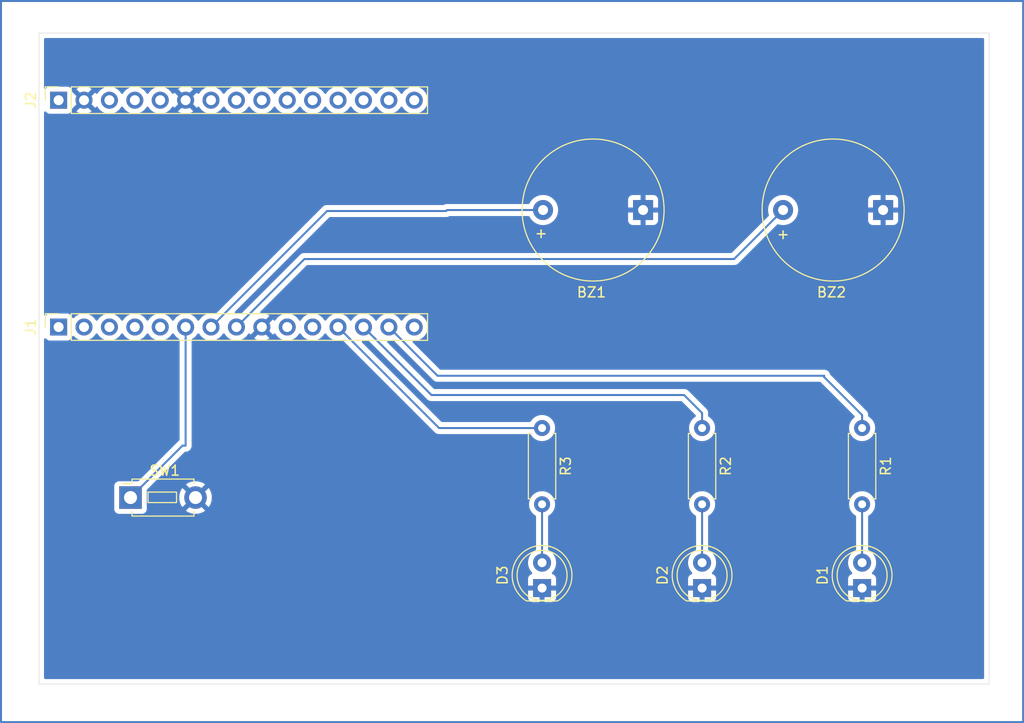
<source format=kicad_pcb>
(kicad_pcb (version 20241229) (generator "pcbnew") (generator_version "9.0")
  (layers (0 "F.Cu" signal) (2 "B.Cu" signal) (13 "F.Paste" user) (15 "B.Paste" user) (5 "F.SilkS" user "F.Silkscreen") (7 "B.SilkS" user "B.Silkscreen") (1 "F.Mask" user) (3 "B.Mask" user) (25 "Edge.Cuts" user))
  (net 0 "")
  (net 1 "GND")
  (net 2 "Net-(BZ1--)")
  (net 3 "Net-(D1-A)")
  (net 4 "Net-(D2-A)")
  (net 5 "Net-(D3-A)")
  (net 8 "Net-(J1-Pin_13)")
  (net 9 "Net-(J1-Pin_14)")
  (net 14 "Net-(J1-Pin_12)")
  (net 16 "Net-(J1-Pin_6)")
  (net 31 "Net-(BZ2--)")
  (footprint "Buzzer_Beeper:Buzzer_D14mm_H7mm_P10mm" (layer "F.Cu") (at 78 29.8 180)
    (property "Reference" "BZ1" (at 5.16 -8.23 0) (layer "F.SilkS"))
    (property "Value" "Buzzer")
    (fp_circle (center 5 0) (end 12.1 0) (stroke (width 0.12)) (fill no) (layer "F.SilkS"))
    (fp_text user "+" (at 10.2 -2.3 0) (layer "F.SilkS"))
    (pad "1" thru_hole rect (at 0 0 180) (size 2 2) (drill 1) (layers "*.Cu" "*.Mask") (net 1 "GND"))
    (pad "2" thru_hole circle (at 10 0 180) (size 2 2) (drill 1) (layers "*.Cu" "*.Mask") (net 2 "Net-(BZ1--)"))
  )
  (footprint "Button_Switch_THT:SW_PUSH_1P1T_6x3.5mm_H5.0_APEM_MJTP1250" (layer "F.Cu") (at 26.75 58.55)
    (property "Reference" "SW1" (at 3.42 -2.7 0) (layer "F.SilkS"))
    (property "Value" "SW_Push")
    (fp_line (start 0.15 -1.85) (end 0.15 -1.39) (stroke (width 0.12)) (layer "F.SilkS"))
    (fp_line (start 0.15 -1.39) (end -0.85 -1.39) (stroke (width 0.12)) (layer "F.SilkS"))
    (fp_line (start 0.15 1.39) (end 0.15 1.85) (stroke (width 0.12)) (layer "F.SilkS"))
    (fp_line (start 0.15 1.85) (end 6.35 1.85) (stroke (width 0.12)) (layer "F.SilkS"))
    (fp_line (start 6.35 -1.85) (end 0.15 -1.85) (stroke (width 0.12)) (layer "F.SilkS"))
    (fp_line (start 6.35 -1.85) (end 6.35 -1.39) (stroke (width 0.12)) (layer "F.SilkS"))
    (fp_line (start 6.35 1.39) (end 6.35 1.85) (stroke (width 0.12)) (layer "F.SilkS"))
    (fp_rect (start 1.75 -0.55) (end 4.6 0.5) (stroke (width 0.12)) (fill no) (layer "F.SilkS"))
    (pad "1" thru_hole rect (at 0 0 90) (size 2.25 2.25) (drill 1.3) (layers "*.Cu" "*.Mask") (net 16 "Net-(J1-Pin_6)"))
    (pad "2" thru_hole circle (at 6.5 0 90) (size 2.25 2.25) (drill 1.3) (layers "*.Cu" "*.Mask") (net 1 "GND"))
  )
  (footprint "LED_THT:LED_D5.0mm" (layer "F.Cu") (at 99.9 67.6 90)
    (property "Reference" "D1" (at 1.27 -3.96 90) (layer "F.SilkS"))
    (property "Value" "LED")
    (fp_line (start -1.29 -1.545) (end -1.29 1.545) (stroke (width 0.12)) (layer "F.SilkS"))
    (fp_arc (start -1.29 -1.54483) (mid 2.071779 -2.880495) (end 4.26 0) (stroke (width 0.12)) (layer "F.SilkS"))
    (fp_arc (start 4.26 0) (mid 2.071779 2.880495) (end -1.29 1.54483) (stroke (width 0.12)) (layer "F.SilkS"))
    (fp_circle (center 1.27 0) (end 3.77 0) (stroke (width 0.12)) (fill no) (layer "F.SilkS"))
    (pad "1" thru_hole rect (at 0 0 90) (size 1.8 1.8) (drill 0.9) (layers "*.Cu" "*.Mask") (net 1 "GND"))
    (pad "2" thru_hole circle (at 2.54 0 90) (size 1.8 1.8) (drill 0.9) (layers "*.Cu" "*.Mask") (net 3 "Net-(D1-A)"))
  )
  (footprint "Resistor_THT:R_Axial_DIN0207_L6.3mm_D2.5mm_P7.62mm_Horizontal" (layer "F.Cu") (at 99.9 51.6 -90)
    (property "Reference" "R1" (at 3.81 -2.37 90) (layer "F.SilkS"))
    (property "Value" "100")
    (fp_line (start 0.54 1.37) (end 7.08 1.37) (stroke (width 0.12)) (layer "F.SilkS"))
    (fp_line (start 7.08 1.37) (end 7.08 1.04) (stroke (width 0.12)) (layer "F.SilkS"))
    (fp_line (start 0.54 1.04) (end 0.54 1.37) (stroke (width 0.12)) (layer "F.SilkS"))
    (fp_line (start 0.54 -1.04) (end 0.54 -1.37) (stroke (width 0.12)) (layer "F.SilkS"))
    (fp_line (start 0.54 -1.37) (end 7.08 -1.37) (stroke (width 0.12)) (layer "F.SilkS"))
    (fp_line (start 7.08 -1.37) (end 7.08 -1.04) (stroke (width 0.12)) (layer "F.SilkS"))
    (pad "1" thru_hole circle (at 0 0 270) (size 1.6 1.6) (drill 0.8) (layers "*.Cu" "*.Mask") (net 9 "Net-(J1-Pin_14)"))
    (pad "2" thru_hole circle (at 7.62 0 270) (size 1.6 1.6) (drill 0.8) (layers "*.Cu" "*.Mask") (net 3 "Net-(D1-A)"))
  )
  (footprint "Buzzer_Beeper:Buzzer_D14mm_H7mm_P10mm" (layer "F.Cu") (at 102 29.8 180)
    (property "Reference" "BZ2" (at 5.16 -8.23 0) (layer "F.SilkS"))
    (property "Value" "Buzzer")
    (fp_circle (center 5 0) (end 12.1 0) (stroke (width 0.12)) (fill no) (layer "F.SilkS"))
    (fp_text user "+" (at 10 -2.4 0) (layer "F.SilkS"))
    (pad "1" thru_hole rect (at 0 0 180) (size 2 2) (drill 1) (layers "*.Cu" "*.Mask") (net 1 "GND"))
    (pad "2" thru_hole circle (at 10 0 180) (size 2 2) (drill 1) (layers "*.Cu" "*.Mask") (net 31 "Net-(BZ2--)"))
  )
  (footprint "Resistor_THT:R_Axial_DIN0207_L6.3mm_D2.5mm_P7.62mm_Horizontal" (layer "F.Cu") (at 83.9 51.6 -90)
    (property "Reference" "R2" (at 3.81 -2.37 90) (layer "F.SilkS"))
    (property "Value" "100")
    (fp_line (start 0.54 1.37) (end 7.08 1.37) (stroke (width 0.12)) (layer "F.SilkS"))
    (fp_line (start 7.08 1.37) (end 7.08 1.04) (stroke (width 0.12)) (layer "F.SilkS"))
    (fp_line (start 0.54 1.04) (end 0.54 1.37) (stroke (width 0.12)) (layer "F.SilkS"))
    (fp_line (start 0.54 -1.04) (end 0.54 -1.37) (stroke (width 0.12)) (layer "F.SilkS"))
    (fp_line (start 0.54 -1.37) (end 7.08 -1.37) (stroke (width 0.12)) (layer "F.SilkS"))
    (fp_line (start 7.08 -1.37) (end 7.08 -1.04) (stroke (width 0.12)) (layer "F.SilkS"))
    (pad "1" thru_hole circle (at 0 0 270) (size 1.6 1.6) (drill 0.8) (layers "*.Cu" "*.Mask") (net 8 "Net-(J1-Pin_13)"))
    (pad "2" thru_hole circle (at 7.62 0 270) (size 1.6 1.6) (drill 0.8) (layers "*.Cu" "*.Mask") (net 4 "Net-(D2-A)"))
  )
  (footprint "Connector_PinSocket_2.54mm:PinSocket_1x15_P2.54mm_Vertical" (layer "F.Cu") (at 19.56 41.5 90)
    (property "Reference" "J1" (at 0 -2.77 90) (layer "F.SilkS"))
    (property "Value" "Links")
    (fp_line (start 1.33 -1.33) (end 1.33 0) (stroke (width 0.12)) (layer "F.SilkS"))
    (fp_line (start 0 -1.33) (end 1.33 -1.33) (stroke (width 0.12)) (layer "F.SilkS"))
    (fp_line (start 1.33 1.27) (end 1.33 36.89) (stroke (width 0.12)) (layer "F.SilkS"))
    (fp_line (start -1.33 1.27) (end 1.33 1.27) (stroke (width 0.12)) (layer "F.SilkS"))
    (fp_line (start -1.33 1.27) (end -1.33 36.89) (stroke (width 0.12)) (layer "F.SilkS"))
    (fp_line (start -1.33 36.89) (end 1.33 36.89) (stroke (width 0.12)) (layer "F.SilkS"))
    (pad "1" thru_hole rect (at 0 0 90) (size 1.7 1.7) (drill 1) (layers "*.Cu" "*.Mask"))
    (pad "2" thru_hole circle (at 0 2.54 90) (size 1.7 1.7) (drill 1) (layers "*.Cu" "*.Mask"))
    (pad "3" thru_hole circle (at 0 5.08 90) (size 1.7 1.7) (drill 1) (layers "*.Cu" "*.Mask"))
    (pad "4" thru_hole circle (at 0 7.62 90) (size 1.7 1.7) (drill 1) (layers "*.Cu" "*.Mask"))
    (pad "5" thru_hole circle (at 0 10.16 90) (size 1.7 1.7) (drill 1) (layers "*.Cu" "*.Mask"))
    (pad "6" thru_hole circle (at 0 12.7 90) (size 1.7 1.7) (drill 1) (layers "*.Cu" "*.Mask") (net 16 "Net-(J1-Pin_6)"))
    (pad "7" thru_hole circle (at 0 15.24 90) (size 1.7 1.7) (drill 1) (layers "*.Cu" "*.Mask") (net 2 "Net-(BZ1--)"))
    (pad "8" thru_hole circle (at 0 17.78 90) (size 1.7 1.7) (drill 1) (layers "*.Cu" "*.Mask") (net 31 "Net-(BZ2--)"))
    (pad "9" thru_hole circle (at 0 20.32 90) (size 1.7 1.7) (drill 1) (layers "*.Cu" "*.Mask") (net 1 "GND"))
    (pad "10" thru_hole circle (at 0 22.86 90) (size 1.7 1.7) (drill 1) (layers "*.Cu" "*.Mask"))
    (pad "11" thru_hole circle (at 0 25.4 90) (size 1.7 1.7) (drill 1) (layers "*.Cu" "*.Mask"))
    (pad "12" thru_hole circle (at 0 27.94 90) (size 1.7 1.7) (drill 1) (layers "*.Cu" "*.Mask") (net 14 "Net-(J1-Pin_12)"))
    (pad "13" thru_hole circle (at 0 30.48 90) (size 1.7 1.7) (drill 1) (layers "*.Cu" "*.Mask") (net 8 "Net-(J1-Pin_13)"))
    (pad "14" thru_hole circle (at 0 33.02 90) (size 1.7 1.7) (drill 1) (layers "*.Cu" "*.Mask") (net 9 "Net-(J1-Pin_14)"))
    (pad "15" thru_hole circle (at 0 35.56 90) (size 1.7 1.7) (drill 1) (layers "*.Cu" "*.Mask"))
  )
  (footprint "LED_THT:LED_D5.0mm" (layer "F.Cu") (at 67.9 67.6 90)
    (property "Reference" "D3" (at 1.27 -3.96 90) (layer "F.SilkS"))
    (property "Value" "LED")
    (fp_line (start -1.29 -1.545) (end -1.29 1.545) (stroke (width 0.12)) (layer "F.SilkS"))
    (fp_arc (start -1.29 -1.54483) (mid 2.071779 -2.880495) (end 4.26 0) (stroke (width 0.12)) (layer "F.SilkS"))
    (fp_arc (start 4.26 0) (mid 2.071779 2.880495) (end -1.29 1.54483) (stroke (width 0.12)) (layer "F.SilkS"))
    (fp_circle (center 1.27 0) (end 3.77 0) (stroke (width 0.12)) (fill no) (layer "F.SilkS"))
    (pad "1" thru_hole rect (at 0 0 90) (size 1.8 1.8) (drill 0.9) (layers "*.Cu" "*.Mask") (net 1 "GND"))
    (pad "2" thru_hole circle (at 2.54 0 90) (size 1.8 1.8) (drill 0.9) (layers "*.Cu" "*.Mask") (net 5 "Net-(D3-A)"))
  )
  (footprint "LED_THT:LED_D5.0mm" (layer "F.Cu") (at 83.9 67.6 90)
    (property "Reference" "D2" (at 1.27 -3.96 90) (layer "F.SilkS"))
    (property "Value" "LED")
    (fp_line (start -1.29 -1.545) (end -1.29 1.545) (stroke (width 0.12)) (layer "F.SilkS"))
    (fp_arc (start -1.29 -1.54483) (mid 2.071779 -2.880495) (end 4.26 0) (stroke (width 0.12)) (layer "F.SilkS"))
    (fp_arc (start 4.26 0) (mid 2.071779 2.880495) (end -1.29 1.54483) (stroke (width 0.12)) (layer "F.SilkS"))
    (fp_circle (center 1.27 0) (end 3.77 0) (stroke (width 0.12)) (fill no) (layer "F.SilkS"))
    (pad "1" thru_hole rect (at 0 0 90) (size 1.8 1.8) (drill 0.9) (layers "*.Cu" "*.Mask") (net 1 "GND"))
    (pad "2" thru_hole circle (at 2.54 0 90) (size 1.8 1.8) (drill 0.9) (layers "*.Cu" "*.Mask") (net 4 "Net-(D2-A)"))
  )
  (footprint "Resistor_THT:R_Axial_DIN0207_L6.3mm_D2.5mm_P7.62mm_Horizontal" (layer "F.Cu") (at 67.9 51.6 -90)
    (property "Reference" "R3" (at 3.81 -2.37 90) (layer "F.SilkS"))
    (property "Value" "100")
    (fp_line (start 0.54 1.37) (end 7.08 1.37) (stroke (width 0.12)) (layer "F.SilkS"))
    (fp_line (start 7.08 1.37) (end 7.08 1.04) (stroke (width 0.12)) (layer "F.SilkS"))
    (fp_line (start 0.54 1.04) (end 0.54 1.37) (stroke (width 0.12)) (layer "F.SilkS"))
    (fp_line (start 0.54 -1.04) (end 0.54 -1.37) (stroke (width 0.12)) (layer "F.SilkS"))
    (fp_line (start 0.54 -1.37) (end 7.08 -1.37) (stroke (width 0.12)) (layer "F.SilkS"))
    (fp_line (start 7.08 -1.37) (end 7.08 -1.04) (stroke (width 0.12)) (layer "F.SilkS"))
    (pad "1" thru_hole circle (at 0 0 270) (size 1.6 1.6) (drill 0.8) (layers "*.Cu" "*.Mask") (net 14 "Net-(J1-Pin_12)"))
    (pad "2" thru_hole circle (at 7.62 0 270) (size 1.6 1.6) (drill 0.8) (layers "*.Cu" "*.Mask") (net 5 "Net-(D3-A)"))
  )
  (footprint "Connector_PinSocket_2.54mm:PinSocket_1x15_P2.54mm_Vertical" (layer "F.Cu") (at 19.56 18.82 90)
    (property "Reference" "J2" (at 0 -2.77 90) (layer "F.SilkS"))
    (property "Value" "Rechts")
    (fp_line (start 1.33 -1.33) (end 1.33 0) (stroke (width 0.12)) (layer "F.SilkS"))
    (fp_line (start 0 -1.33) (end 1.33 -1.33) (stroke (width 0.12)) (layer "F.SilkS"))
    (fp_line (start 1.33 1.27) (end 1.33 36.89) (stroke (width 0.12)) (layer "F.SilkS"))
    (fp_line (start -1.33 1.27) (end 1.33 1.27) (stroke (width 0.12)) (layer "F.SilkS"))
    (fp_line (start -1.33 1.27) (end -1.33 36.89) (stroke (width 0.12)) (layer "F.SilkS"))
    (fp_line (start -1.33 36.89) (end 1.33 36.89) (stroke (width 0.12)) (layer "F.SilkS"))
    (pad "1" thru_hole rect (at 0 0 90) (size 1.7 1.7) (drill 1) (layers "*.Cu" "*.Mask"))
    (pad "2" thru_hole circle (at 0 2.54 90) (size 1.7 1.7) (drill 1) (layers "*.Cu" "*.Mask") (net 1 "GND"))
    (pad "3" thru_hole circle (at 0 5.08 90) (size 1.7 1.7) (drill 1) (layers "*.Cu" "*.Mask"))
    (pad "4" thru_hole circle (at 0 7.62 90) (size 1.7 1.7) (drill 1) (layers "*.Cu" "*.Mask"))
    (pad "5" thru_hole circle (at 0 10.16 90) (size 1.7 1.7) (drill 1) (layers "*.Cu" "*.Mask"))
    (pad "6" thru_hole circle (at 0 12.7 90) (size 1.7 1.7) (drill 1) (layers "*.Cu" "*.Mask") (net 1 "GND"))
    (pad "7" thru_hole circle (at 0 15.24 90) (size 1.7 1.7) (drill 1) (layers "*.Cu" "*.Mask"))
    (pad "8" thru_hole circle (at 0 17.78 90) (size 1.7 1.7) (drill 1) (layers "*.Cu" "*.Mask"))
    (pad "9" thru_hole circle (at 0 20.32 90) (size 1.7 1.7) (drill 1) (layers "*.Cu" "*.Mask"))
    (pad "10" thru_hole circle (at 0 22.86 90) (size 1.7 1.7) (drill 1) (layers "*.Cu" "*.Mask"))
    (pad "11" thru_hole circle (at 0 25.4 90) (size 1.7 1.7) (drill 1) (layers "*.Cu" "*.Mask"))
    (pad "12" thru_hole circle (at 0 27.94 90) (size 1.7 1.7) (drill 1) (layers "*.Cu" "*.Mask"))
    (pad "13" thru_hole circle (at 0 30.48 90) (size 1.7 1.7) (drill 1) (layers "*.Cu" "*.Mask"))
    (pad "14" thru_hole circle (at 0 33.02 90) (size 1.7 1.7) (drill 1) (layers "*.Cu" "*.Mask"))
    (pad "15" thru_hole circle (at 0 35.56 90) (size 1.7 1.7) (drill 1) (layers "*.Cu" "*.Mask"))
  )
  (gr_rect (start 13.8 8.9) (end 116 81) (stroke (width 0.2)) (fill no) (layer "B.Cu"))
  (gr_rect (start 17.6 12.1) (end 112.6 77.2) (stroke (width 0.05)) (fill no) (layer "Edge.Cuts"))
  (segment (start 33.25 58.25) (end 33.5 58) (width 0.2) (layer "B.Cu") (net 1))
  (segment (start 33.25 58.55) (end 33.25 57.75) (width 0.2) (layer "B.Cu") (net 1))
  (segment (start 33.25 57.75) (end 33.4 57.6) (width 0.2) (layer "B.Cu") (net 1))
  (segment (start 33.25 58.55) (end 33.25 58.25) (width 0.2) (layer "B.Cu") (net 1))
  (segment (start 58.3 29.9) (end 58.4 29.8) (width 0.2) (layer "B.Cu") (net 2))
  (segment (start 34.8 41.5) (end 46.4 29.9) (width 0.2) (layer "B.Cu") (net 2))
  (segment (start 58.4 29.8) (end 68 29.8) (width 0.2) (layer "B.Cu") (net 2))
  (segment (start 46.4 29.9) (end 58.3 29.9) (width 0.2) (layer "B.Cu") (net 2))
  (segment (start 99.9 59.22) (end 99.9 65.06) (width 0.2) (layer "B.Cu") (net 3))
  (segment (start 83.9 59.22) (end 83.9 65.06) (width 0.2) (layer "B.Cu") (net 4))
  (segment (start 67.9 59.22) (end 67.9 65.06) (width 0.2) (layer "B.Cu") (net 5))
  (segment (start 82.1 48.3) (end 83.9 50.1) (width 0.2) (layer "B.Cu") (net 8))
  (segment (start 83.9 50.1) (end 83.9 51.6) (width 0.2) (layer "B.Cu") (net 8))
  (segment (start 56.84 48.3) (end 82.1 48.3) (width 0.2) (layer "B.Cu") (net 8))
  (segment (start 50.04 41.5) (end 56.84 48.3) (width 0.2) (layer "B.Cu") (net 8))
  (segment (start 99.9 50.3) (end 99.9 51.6) (width 0.2) (layer "B.Cu") (net 9))
  (segment (start 57.451439 46.371439) (end 96.105114 46.371439) (width 0.2) (layer "B.Cu") (net 9))
  (segment (start 52.58 41.5) (end 57.451439 46.371439) (width 0.2) (layer "B.Cu") (net 9))
  (segment (start 96.105114 46.505114) (end 99.9 50.3) (width 0.2) (layer "B.Cu") (net 9))
  (segment (start 96.105114 46.371439) (end 96.105114 46.505114) (width 0.2) (layer "B.Cu") (net 9))
  (segment (start 47.5 41.5) (end 57.6 51.6) (width 0.2) (layer "B.Cu") (net 14))
  (segment (start 57.6 51.6) (end 67.9 51.6) (width 0.2) (layer "B.Cu") (net 14))
  (segment (start 32.26 41.5) (end 32.26 53.36) (width 0.2) (layer "B.Cu") (net 16))
  (segment (start 31.94 53.36) (end 26.75 58.55) (width 0.2) (layer "B.Cu") (net 16))
  (segment (start 32.26 53.36) (end 31.94 53.36) (width 0.2) (layer "B.Cu") (net 16))
  (segment (start 37.34 41.5) (end 44.14 34.7) (width 0.2) (layer "B.Cu") (net 31))
  (segment (start 44.14 34.7) (end 87.1 34.7) (width 0.2) (layer "B.Cu") (net 31))
  (segment (start 87.1 34.7) (end 92 29.8) (width 0.2) (layer "B.Cu") (net 31))
  (zone (net 1) (net_name "GND") (layer "B.Cu") (connect_pads (clearance 0.5)) (min_thickness 0.25) (fill yes (thermal_gap 0.5) (thermal_bridge_width 0.5))
    (polygon (pts (xy 13.8 8.9) (xy 116 8.9) (xy 116 81) (xy 13.8 81)))
  )
)
</source>
